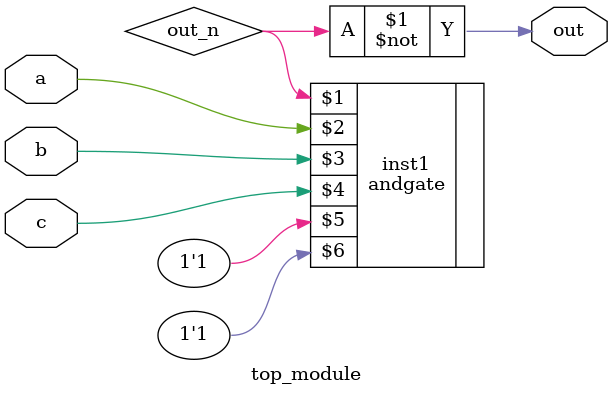
<source format=v>
module top_module (input a, input b, input c, output out);//
	
    wire out_n;
    
    andgate inst1 ( out_n, a, b, c, 1'b1, 1'b1);
    
    assign out = ~out_n;

endmodule

</source>
